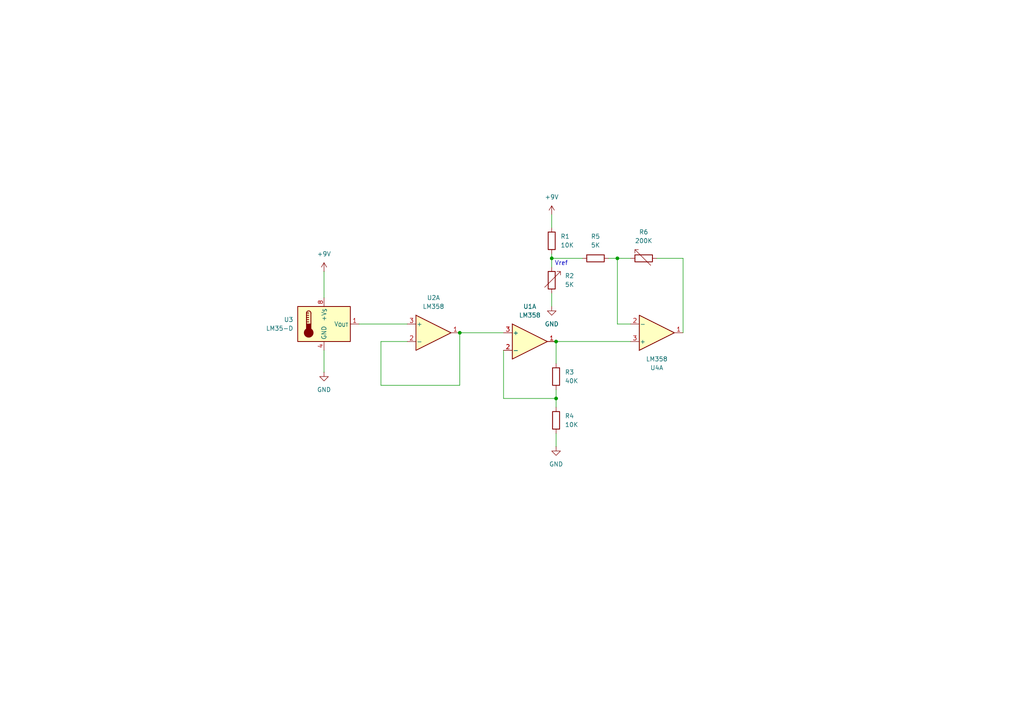
<source format=kicad_sch>
(kicad_sch (version 20250114) (generator "eeschema") (generator_version "9.0")
  (paper "A4")
  (lib_symbols
    (symbol "Amplifier_Operational:LM358" (pin_names (offset 0.127))
      (property "Reference" "U" (at 0 5.08 0))
      (property "Value" "LM358" (at 0 -5.08 0))
      (symbol "LM358_1_1"
        (polyline (pts (xy -5.08 5.08) (xy 5.08 0) (xy -5.08 -5.08) (xy -5.08 5.08)) (stroke (width 0.254)) (fill (type background)))
        (pin input line (at -7.62 2.54 0) (length 2.54) (name "+") (number "3"))
        (pin input line (at -7.62 -2.54 0) (length 2.54) (name "-") (number "2"))
        (pin output line (at 7.62 0 180) (length 2.54) (name "~") (number "1"))
      )
      (symbol "LM358_2_1"
        (polyline (pts (xy -5.08 5.08) (xy 5.08 0) (xy -5.08 -5.08) (xy -5.08 5.08)) (stroke (width 0.254)) (fill (type background)))
        (pin input line (at -7.62 2.54 0) (length 2.54) (name "+") (number "5"))
        (pin input line (at -7.62 -2.54 0) (length 2.54) (name "-") (number "6"))
        (pin output line (at 7.62 0 180) (length 2.54) (name "~") (number "7"))
      )
      (symbol "LM358_3_1"
        (pin power_in line (at -2.54 7.62 270) (length 3.81) (name "V+") (number "8"))
        (pin power_in line (at -2.54 -7.62 90) (length 3.81) (name "V-") (number "4"))
      )
    )
    (symbol "Device:R" (pin_numbers (hide yes)) (pin_names (offset 0))
      (property "Reference" "R" (at 2.032 0 90))
      (property "Value" "R" (at 0 0 90))
      (symbol "R_0_1"
        (rectangle (start -1.016 -2.54) (end 1.016 2.54) (stroke (width 0.254)))
      )
      (symbol "R_1_1"
        (pin passive line (at 0 3.81 270) (length 1.27) (name "~") (number "1"))
        (pin passive line (at 0 -3.81 90) (length 1.27) (name "~") (number "2"))
      )
    )
    (symbol "Device:R_Variable" (pin_numbers (hide yes)) (pin_names (offset 0))
      (property "Reference" "R" (at 2.54 -2.54 90))
      (property "Value" "R_Variable" (at -2.54 -1.27 90))
      (symbol "R_Variable_0_1"
        (rectangle (start -1.016 -2.54) (end 1.016 2.54) (stroke (width 0.254)))
        (polyline (pts (xy 2.54 1.524) (xy 2.54 2.54) (xy 1.524 2.54) (xy 2.54 2.54) (xy -2.032 -2.032)))
      )
      (symbol "R_Variable_1_1"
        (pin passive line (at 0 3.81 270) (length 1.27) (name "~") (number "1"))
        (pin passive line (at 0 -3.81 90) (length 1.27) (name "~") (number "2"))
      )
    )
    (symbol "Sensor_Temperature:LM35-D"
      (property "Reference" "U" (at -6.35 6.35 0))
      (property "Value" "LM35-D" (at 1.27 6.35 0))
      (symbol "LM35-D_0_1"
        (rectangle (start -7.62 5.08) (end 7.62 -5.08) (stroke (width 0.254)) (fill (type background)))
        (polyline (pts (xy -5.08 3.175) (xy -5.08 0)) (stroke (width 0.254)))
        (polyline (pts (xy -5.08 3.175) (xy -4.445 3.175)) (stroke (width 0.254)))
        (polyline (pts (xy -5.08 2.54) (xy -4.445 2.54)) (stroke (width 0.254)))
        (polyline (pts (xy -5.08 1.905) (xy -4.445 1.905)) (stroke (width 0.254)))
        (polyline (pts (xy -5.08 1.27) (xy -4.445 1.27)) (stroke (width 0.254)))
        (polyline (pts (xy -5.08 0.635) (xy -4.445 0.635)) (stroke (width 0.254)))
        (arc (start -5.08 3.175) (mid -4.445 3.8073) (end -3.81 3.175) (stroke (width 0.254)))
        (circle (center -4.445 -2.54) (radius 1.27) (stroke (width 0.254)) (fill (type outline)))
        (polyline (pts (xy -3.81 3.175) (xy -3.81 0)) (stroke (width 0.254)))
        (rectangle (start -3.81 -1.905) (end -5.08 0) (stroke (width 0.254)) (fill (type outline)))
      )
      (symbol "LM35-D_1_1"
        (pin no_connect line (at -2.54 5.08 270) (length 2.54) (hide yes) (name "NC") (number "3"))
        (pin no_connect line (at -2.54 -5.08 90) (length 2.54) (hide yes) (name "NC") (number "2"))
        (pin power_in line (at 0 7.62 270) (length 2.54) (name "+V_{S}") (number "8"))
        (pin power_in line (at 0 -7.62 90) (length 2.54) (name "GND") (number "4"))
        (pin no_connect line (at 2.54 -5.08 90) (length 2.54) (hide yes) (name "NC") (number "5"))
        (pin no_connect line (at 5.08 -5.08 90) (length 2.54) (hide yes) (name "NC") (number "6"))
        (pin no_connect line (at 7.62 2.54 180) (length 2.54) (hide yes) (name "NC") (number "7"))
        (pin output line (at 10.16 0 180) (length 2.54) (name "V_{OUT}") (number "1"))
      )
    )
    (symbol "power:+9V" (power) (pin_numbers (hide yes)) (pin_names (offset 0) (hide yes))
      (property "Value" "+9V" (at 0 3.556 0))
      (symbol "+9V_0_1"
        (polyline (pts (xy -0.762 1.27) (xy 0 2.54)))
        (polyline (pts (xy 0 2.54) (xy 0.762 1.27)))
        (polyline (pts (xy 0 0) (xy 0 2.54)))
      )
      (symbol "+9V_1_1"
        (pin power_in line (at 0 0 90) (length 0) (name "~") (number "1"))
      )
    )
    (symbol "power:GND" (power) (pin_numbers (hide yes)) (pin_names (offset 0) (hide yes))
      (property "Value" "GND" (at 0 -3.81 0))
      (symbol "GND_0_1"
        (polyline (pts (xy 0 0) (xy 0 -1.27) (xy 1.27 -1.27) (xy 0 -2.54) (xy -1.27 -1.27) (xy 0 -1.27)))
      )
      (symbol "GND_1_1"
        (pin power_in line (at 0 0 270) (length 0) (name "~") (number "1"))
      )
    )
  )
  (text "Vref\n" (at 162.814 76.454 0) (effects (font (size 1.27 1.27))))
  (junction (at 179.07 74.93))
  (junction (at 161.29 115.57))
  (junction (at 160.02 74.93))
  (junction (at 161.29 99.06))
  (junction (at 133.35 96.52))
  (wire (pts (xy 133.35 111.76) (xy 133.35 96.52)))
  (wire (pts (xy 160.02 62.23) (xy 160.02 66.04)))
  (wire (pts (xy 133.35 96.52) (xy 146.05 96.52)))
  (wire (pts (xy 118.11 99.06) (xy 110.49 99.06)))
  (wire (pts (xy 146.05 115.57) (xy 161.29 115.57)))
  (wire (pts (xy 110.49 99.06) (xy 110.49 111.76)))
  (wire (pts (xy 198.12 74.93) (xy 198.12 96.52)))
  (wire (pts (xy 93.98 101.6) (xy 93.98 107.95)))
  (wire (pts (xy 160.02 74.93) (xy 168.91 74.93)))
  (wire (pts (xy 161.29 115.57) (xy 161.29 118.11)))
  (wire (pts (xy 160.02 74.93) (xy 160.02 77.47)))
  (wire (pts (xy 161.29 99.06) (xy 161.29 105.41)))
  (wire (pts (xy 161.29 113.03) (xy 161.29 115.57)))
  (wire (pts (xy 146.05 101.6) (xy 146.05 115.57)))
  (wire (pts (xy 182.88 93.98) (xy 179.07 93.98)))
  (wire (pts (xy 179.07 74.93) (xy 182.88 74.93)))
  (wire (pts (xy 160.02 85.09) (xy 160.02 88.9)))
  (wire (pts (xy 198.12 74.93) (xy 190.5 74.93)))
  (wire (pts (xy 110.49 111.76) (xy 133.35 111.76)))
  (wire (pts (xy 161.29 125.73) (xy 161.29 129.54)))
  (wire (pts (xy 104.14 93.98) (xy 118.11 93.98)))
  (wire (pts (xy 160.02 73.66) (xy 160.02 74.93)))
  (wire (pts (xy 93.98 78.74) (xy 93.98 86.36)))
  (wire (pts (xy 161.29 99.06) (xy 182.88 99.06)))
  (wire (pts (xy 179.07 93.98) (xy 179.07 74.93)))
  (wire (pts (xy 176.53 74.93) (xy 179.07 74.93)))
  (symbol (lib_id "power:+9V") (at 93.98 78.74 0) (unit 1)
    (property "Reference" "#PWR02" (effects (hide yes)))
    (property "Value" "+9V" (at 93.98 73.66 0))
    (property "Description" "Power symbol creates a global label with name \"+9V\"" (effects (hide yes)))
  )
  (symbol (lib_id "Amplifier_Operational:LM358") (at 190.5 96.52 0) (mirror x) (unit 1)
    (property "Reference" "U4" (at 190.5 106.68 0))
    (property "Value" "LM358" (at 190.5 104.14 0))
    (property "Datasheet" "http://www.ti.com/lit/ds/symlink/lm2904-n.pdf" (effects (hide yes)))
    (property "Description" "Low-Power, Dual Operational Amplifiers, DIP-8/SOIC-8/TO-99-8" (effects (hide yes)))
  )
  (symbol (lib_id "Amplifier_Operational:LM358") (at 125.73 96.52 0) (unit 1)
    (property "Reference" "U2" (at 125.73 86.36 0))
    (property "Value" "LM358" (at 125.73 88.9 0))
    (property "Datasheet" "http://www.ti.com/lit/ds/symlink/lm2904-n.pdf" (effects (hide yes)))
    (property "Description" "Low-Power, Dual Operational Amplifiers, DIP-8/SOIC-8/TO-99-8" (effects (hide yes)))
  )
  (symbol (lib_id "Sensor_Temperature:LM35-D") (at 93.98 93.98 0) (unit 1)
    (property "Reference" "U3" (at 85.09 92.7099 0) (effects (justify right)))
    (property "Value" "LM35-D" (at 85.09 95.2499 0) (effects (justify right)))
    (property "Footprint" "Package_SO:SOIC-8_3.9x4.9mm_P1.27mm" (effects (hide yes)))
    (property "Datasheet" "http://www.ti.com/lit/ds/symlink/lm35.pdf" (effects (hide yes)))
    (property "Description" "Precision centigrade temperature sensor, SOIC-8" (effects (hide yes)))
  )
  (symbol (lib_id "Device:R") (at 161.29 121.92 0) (unit 1)
    (property "Reference" "R4" (at 163.83 120.6499 0) (effects (justify left)))
    (property "Value" "10K" (at 163.83 123.1899 0) (effects (justify left)))
    (property "Description" "Resistor" (effects (hide yes)))
  )
  (symbol (lib_id "Amplifier_Operational:LM358") (at 153.67 99.06 0) (unit 1)
    (property "Reference" "U1" (at 153.67 88.9 0))
    (property "Value" "LM358" (at 153.67 91.44 0))
    (property "Datasheet" "http://www.ti.com/lit/ds/symlink/lm2904-n.pdf" (effects (hide yes)))
    (property "Description" "Low-Power, Dual Operational Amplifiers, DIP-8/SOIC-8/TO-99-8" (effects (hide yes)))
  )
  (symbol (lib_id "power:+9V") (at 160.02 62.23 0) (unit 1)
    (property "Reference" "#PWR03" (effects (hide yes)))
    (property "Value" "+9V" (at 160.02 57.15 0))
    (property "Description" "Power symbol creates a global label with name \"+9V\"" (effects (hide yes)))
  )
  (symbol (lib_id "power:GND") (at 161.29 129.54 0) (unit 1)
    (property "Reference" "#PWR04" (effects (hide yes)))
    (property "Value" "GND" (at 161.29 134.62 0))
    (property "Description" "Power symbol creates a global label with name \"GND\" , ground" (effects (hide yes)))
  )
  (symbol (lib_id "Device:R") (at 160.02 69.85 0) (unit 1)
    (property "Reference" "R1" (at 162.56 68.5799 0) (effects (justify left)))
    (property "Value" "10K" (at 162.56 71.1199 0) (effects (justify left)))
    (property "Description" "Resistor" (effects (hide yes)))
  )
  (symbol (lib_id "power:GND") (at 160.02 88.9 0) (unit 1)
    (property "Reference" "#PWR05" (effects (hide yes)))
    (property "Value" "GND" (at 160.02 93.98 0))
    (property "Description" "Power symbol creates a global label with name \"GND\" , ground" (effects (hide yes)))
  )
  (symbol (lib_id "Device:R_Variable") (at 186.69 74.93 90) (unit 1)
    (property "Reference" "R6" (at 186.69 67.31 90))
    (property "Value" "200K" (at 186.69 69.85 90))
    (property "Description" "Variable resistor" (effects (hide yes)))
  )
  (symbol (lib_id "power:GND") (at 93.98 107.95 0) (unit 1)
    (property "Reference" "#PWR01" (effects (hide yes)))
    (property "Value" "GND" (at 93.98 113.03 0))
    (property "Description" "Power symbol creates a global label with name \"GND\" , ground" (effects (hide yes)))
  )
  (symbol (lib_id "Device:R_Variable") (at 160.02 81.28 0) (unit 1)
    (property "Reference" "R2" (at 163.83 80.0099 0) (effects (justify left)))
    (property "Value" "5K" (at 163.83 82.5499 0) (effects (justify left)))
    (property "Description" "Variable resistor" (effects (hide yes)))
  )
  (symbol (lib_id "Device:R") (at 172.72 74.93 90) (unit 1)
    (property "Reference" "R5" (at 172.72 68.58 90))
    (property "Value" "5K" (at 172.72 71.12 90))
    (property "Description" "Resistor" (effects (hide yes)))
  )
  (symbol (lib_id "Device:R") (at 161.29 109.22 0) (unit 1)
    (property "Reference" "R3" (at 163.83 107.9499 0) (effects (justify left)))
    (property "Value" "40K" (at 163.83 110.4899 0) (effects (justify left)))
    (property "Description" "Resistor" (effects (hide yes)))
  )
)
</source>
